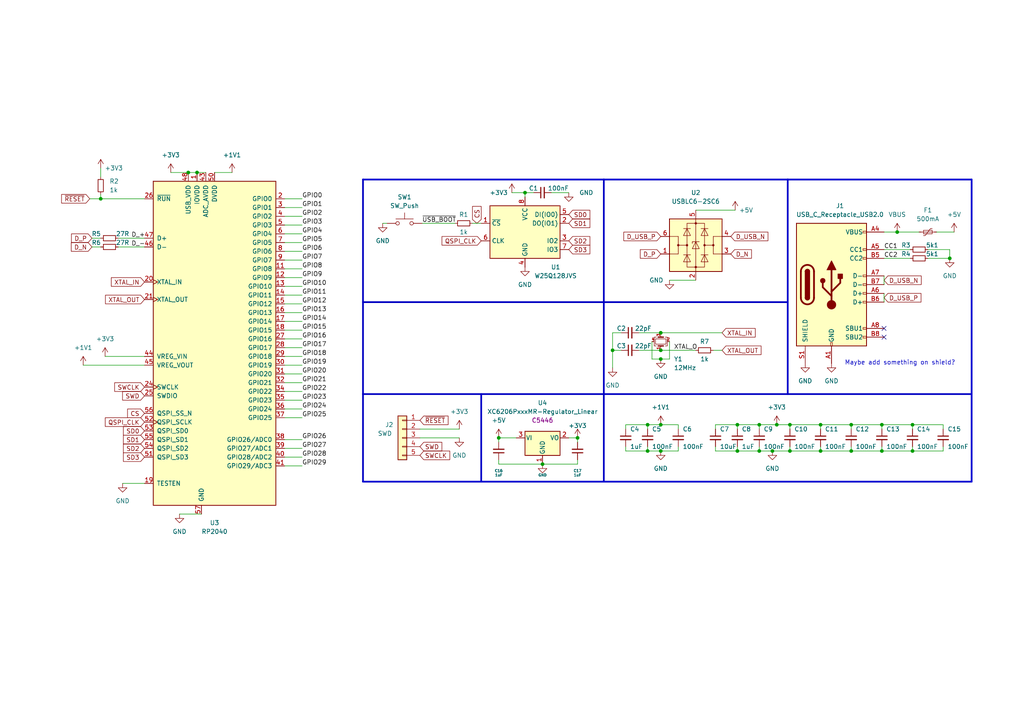
<source format=kicad_sch>
(kicad_sch (version 20211123) (generator eeschema)
  (paper "A4")
  (title_block (title "RP2040 - Design Guide") (date "2021-12-07") (rev "0.1") (company "Sleepdealer"))
  (lib_symbols
    (symbol "Connector:USB_C_Receptacle_USB2.0" (pin_names (offset 1.016))
      (property "Reference" "J" (at -10.16 19.05 0))
      (property "Value" "USB_C_Receptacle_USB2.0" (at 19.05 19.05 0))
      (symbol "USB_C_Receptacle_USB2.0_0_0"
        (rectangle (start -0.254 -17.78) (end 0.254 -16.764))
        (rectangle (start 10.16 -14.986) (end 9.144 -15.494))
        (rectangle (start 10.16 -12.446) (end 9.144 -12.954))
        (rectangle (start 10.16 -4.826) (end 9.144 -5.334))
        (rectangle (start 10.16 -2.286) (end 9.144 -2.794))
        (rectangle (start 10.16 0.254) (end 9.144 -0.254))
        (rectangle (start 10.16 2.794) (end 9.144 2.286))
        (rectangle (start 10.16 7.874) (end 9.144 7.366))
        (rectangle (start 10.16 10.414) (end 9.144 9.906))
        (rectangle (start 10.16 15.494) (end 9.144 14.986))
      )
      (symbol "USB_C_Receptacle_USB2.0_0_1"
        (rectangle (start -10.16 17.78) (end 10.16 -17.78) (stroke (width 0.254)) (fill (type background)))
        (arc (start -8.89 -3.81) (mid -6.985 -5.715) (end -5.08 -3.81) (stroke (width 0.508)))
        (arc (start -7.62 -3.81) (mid -6.985 -4.445) (end -6.35 -3.81) (stroke (width 0.254)))
        (arc (start -7.62 -3.81) (mid -6.985 -4.445) (end -6.35 -3.81) (stroke (width 0.254)) (fill (type outline)))
        (rectangle (start -7.62 -3.81) (end -6.35 3.81) (stroke (width 0.254)) (fill (type outline)))
        (arc (start -6.35 3.81) (mid -6.985 4.445) (end -7.62 3.81) (stroke (width 0.254)))
        (arc (start -6.35 3.81) (mid -6.985 4.445) (end -7.62 3.81) (stroke (width 0.254)) (fill (type outline)))
        (arc (start -5.08 3.81) (mid -6.985 5.715) (end -8.89 3.81) (stroke (width 0.508)))
        (circle (center -2.54 1.143) (radius 0.635) (stroke (width 0.254)) (fill (type outline)))
        (circle (center 0 -5.842) (radius 1.27) (fill (type outline)))
        (polyline (pts (xy -8.89 -3.81) (xy -8.89 3.81)) (stroke (width 0.508)))
        (polyline (pts (xy -5.08 3.81) (xy -5.08 -3.81)) (stroke (width 0.508)))
        (polyline (pts (xy 0 -5.842) (xy 0 4.318)) (stroke (width 0.508)))
        (polyline (pts (xy 0 -3.302) (xy -2.54 -0.762) (xy -2.54 0.508)) (stroke (width 0.508)))
        (polyline (pts (xy 0 -2.032) (xy 2.54 0.508) (xy 2.54 1.778)) (stroke (width 0.508)))
        (polyline (pts (xy -1.27 4.318) (xy 0 6.858) (xy 1.27 4.318) (xy -1.27 4.318)) (stroke (width 0.254)) (fill (type outline)))
        (rectangle (start 1.905 1.778) (end 3.175 3.048) (stroke (width 0.254)) (fill (type outline)))
      )
      (symbol "USB_C_Receptacle_USB2.0_1_1"
        (pin passive line (at 0 -22.86 90) (length 5.08) (name "GND") (number "A1"))
        (pin passive line (at 0 -22.86 90) (length 5.08) hide (name "GND") (number "A12"))
        (pin passive line (at 15.24 15.24 180) (length 5.08) (name "VBUS") (number "A4"))
        (pin bidirectional line (at 15.24 10.16 180) (length 5.08) (name "CC1") (number "A5"))
        (pin bidirectional line (at 15.24 -2.54 180) (length 5.08) (name "D+") (number "A6"))
        (pin bidirectional line (at 15.24 2.54 180) (length 5.08) (name "D-") (number "A7"))
        (pin bidirectional line (at 15.24 -12.7 180) (length 5.08) (name "SBU1") (number "A8"))
        (pin passive line (at 15.24 15.24 180) (length 5.08) hide (name "VBUS") (number "A9"))
        (pin passive line (at 0 -22.86 90) (length 5.08) hide (name "GND") (number "B1"))
        (pin passive line (at 0 -22.86 90) (length 5.08) hide (name "GND") (number "B12"))
        (pin passive line (at 15.24 15.24 180) (length 5.08) hide (name "VBUS") (number "B4"))
        (pin bidirectional line (at 15.24 7.62 180) (length 5.08) (name "CC2") (number "B5"))
        (pin bidirectional line (at 15.24 -5.08 180) (length 5.08) (name "D+") (number "B6"))
        (pin bidirectional line (at 15.24 0 180) (length 5.08) (name "D-") (number "B7"))
        (pin bidirectional line (at 15.24 -15.24 180) (length 5.08) (name "SBU2") (number "B8"))
        (pin passive line (at 15.24 15.24 180) (length 5.08) hide (name "VBUS") (number "B9"))
        (pin passive line (at -7.62 -22.86 90) (length 5.08) (name "SHIELD") (number "S1"))
      )
    )
    (symbol "Connector_Generic:Conn_01x05" (pin_names (offset 1.016) hide)
      (property "Reference" "J" (at 0 7.62 0))
      (property "Value" "Conn_01x05" (at 0 -7.62 0))
      (symbol "Conn_01x05_1_1"
        (rectangle (start -1.27 -4.953) (end 0 -5.207) (stroke (width 0.1524)))
        (rectangle (start -1.27 -2.413) (end 0 -2.667) (stroke (width 0.1524)))
        (rectangle (start -1.27 0.127) (end 0 -0.127) (stroke (width 0.1524)))
        (rectangle (start -1.27 2.667) (end 0 2.413) (stroke (width 0.1524)))
        (rectangle (start -1.27 5.207) (end 0 4.953) (stroke (width 0.1524)))
        (rectangle (start -1.27 6.35) (end 1.27 -6.35) (stroke (width 0.254)) (fill (type background)))
        (pin passive line (at -5.08 5.08 0) (length 3.81) (name "Pin_1") (number "1"))
        (pin passive line (at -5.08 2.54 0) (length 3.81) (name "Pin_2") (number "2"))
        (pin passive line (at -5.08 0 0) (length 3.81) (name "Pin_3") (number "3"))
        (pin passive line (at -5.08 -2.54 0) (length 3.81) (name "Pin_4") (number "4"))
        (pin passive line (at -5.08 -5.08 0) (length 3.81) (name "Pin_5") (number "5"))
      )
    )
    (symbol "Device:C_Small" (pin_numbers hide) (pin_names (offset 0.254) hide)
      (property "Reference" "C" (at 0.254 1.778 0))
      (property "Value" "C_Small" (at 0.254 -2.032 0))
      (symbol "C_Small_0_1"
        (polyline (pts (xy -1.524 -0.508) (xy 1.524 -0.508)) (stroke (width 0.3302)))
        (polyline (pts (xy -1.524 0.508) (xy 1.524 0.508)) (stroke (width 0.3048)))
      )
      (symbol "C_Small_1_1"
        (pin passive line (at 0 2.54 270) (length 2.032) (name "~") (number "1"))
        (pin passive line (at 0 -2.54 90) (length 2.032) (name "~") (number "2"))
      )
    )
    (symbol "Device:Crystal_GND24_Small" (pin_names (offset 1.016) hide)
      (property "Reference" "Y" (at 1.27 4.445 0))
      (property "Value" "Crystal_GND24_Small" (at 1.27 2.54 0))
      (symbol "Crystal_GND24_Small_0_1"
        (rectangle (start -0.762 -1.524) (end 0.762 1.524))
        (polyline (pts (xy -1.27 -0.762) (xy -1.27 0.762)) (stroke (width 0.381)))
        (polyline (pts (xy 1.27 -0.762) (xy 1.27 0.762)) (stroke (width 0.381)))
        (polyline (pts (xy -1.27 -1.27) (xy -1.27 -1.905) (xy 1.27 -1.905) (xy 1.27 -1.27)))
        (polyline (pts (xy -1.27 1.27) (xy -1.27 1.905) (xy 1.27 1.905) (xy 1.27 1.27)))
      )
      (symbol "Crystal_GND24_Small_1_1"
        (pin passive line (at -2.54 0 0) (length 1.27) (name "1") (number "1"))
        (pin passive line (at 0 -2.54 90) (length 0.635) (name "2") (number "2"))
        (pin passive line (at 2.54 0 180) (length 1.27) (name "3") (number "3"))
        (pin passive line (at 0 2.54 270) (length 0.635) (name "4") (number "4"))
      )
    )
    (symbol "Device:Polyfuse_Small" (pin_numbers hide) (pin_names (offset 0))
      (property "Reference" "F" (at -1.905 0 90))
      (property "Value" "Polyfuse_Small" (at 1.905 0 90))
      (symbol "Polyfuse_Small_0_1"
        (rectangle (start -0.508 1.27) (end 0.508 -1.27))
        (polyline (pts (xy 0 2.54) (xy 0 -2.54)))
        (polyline (pts (xy -1.016 1.27) (xy -1.016 0.762) (xy 1.016 -0.762) (xy 1.016 -1.27)))
      )
      (symbol "Polyfuse_Small_1_1"
        (pin passive line (at 0 2.54 270) (length 0.635) (name "~") (number "1"))
        (pin passive line (at 0 -2.54 90) (length 0.635) (name "~") (number "2"))
      )
    )
    (symbol "Device:R_Small" (pin_numbers hide) (pin_names (offset 0.254) hide)
      (property "Reference" "R" (at 0.762 0.508 0))
      (property "Value" "R_Small" (at 0.762 -1.016 0))
      (symbol "R_Small_0_1"
        (rectangle (start -0.762 1.778) (end 0.762 -1.778) (stroke (width 0.2032)))
      )
      (symbol "R_Small_1_1"
        (pin passive line (at 0 2.54 270) (length 0.762) (name "~") (number "1"))
        (pin passive line (at 0 -2.54 90) (length 0.762) (name "~") (number "2"))
      )
    )
    (symbol "Memory_Flash:W25Q128JVS"
      (property "Reference" "U" (at -8.89 8.89 0))
      (property "Value" "W25Q128JVS" (at 7.62 8.89 0))
      (symbol "W25Q128JVS_0_1"
        (rectangle (start -10.16 7.62) (end 10.16 -7.62) (stroke (width 0.254)) (fill (type background)))
      )
      (symbol "W25Q128JVS_1_1"
        (pin input line (at -12.7 2.54 0) (length 2.54) (name "~{CS}") (number "1"))
        (pin bidirectional line (at 12.7 2.54 180) (length 2.54) (name "DO(IO1)") (number "2"))
        (pin bidirectional line (at 12.7 -2.54 180) (length 2.54) (name "IO2") (number "3"))
        (pin power_in line (at 0 -10.16 90) (length 2.54) (name "GND") (number "4"))
        (pin bidirectional line (at 12.7 5.08 180) (length 2.54) (name "DI(IO0)") (number "5"))
        (pin input line (at -12.7 -2.54 0) (length 2.54) (name "CLK") (number "6"))
        (pin bidirectional line (at 12.7 -5.08 180) (length 2.54) (name "IO3") (number "7"))
        (pin power_in line (at 0 10.16 270) (length 2.54) (name "VCC") (number "8"))
      )
    )
    (symbol "Power_Protection:USBLC6-2SC6" (pin_names hide)
      (property "Reference" "U" (at 2.54 8.89 0))
      (property "Value" "USBLC6-2SC6" (at 2.54 -8.89 0))
      (symbol "USBLC6-2SC6_0_1"
        (rectangle (start -7.62 -7.62) (end 7.62 7.62) (stroke (width 0.254)) (fill (type background)))
        (circle (center -5.08 0) (radius 0.254) (fill (type outline)))
        (circle (center -2.54 0) (radius 0.254) (fill (type outline)))
        (rectangle (start -2.54 6.35) (end 2.54 -6.35))
        (circle (center 0 -6.35) (radius 0.254) (fill (type outline)))
        (polyline (pts (xy -5.08 -2.54) (xy -7.62 -2.54)))
        (polyline (pts (xy -5.08 0) (xy -5.08 -2.54)))
        (polyline (pts (xy -5.08 2.54) (xy -7.62 2.54)))
        (polyline (pts (xy -1.524 -2.794) (xy -3.556 -2.794)))
        (polyline (pts (xy -1.524 4.826) (xy -3.556 4.826)))
        (polyline (pts (xy 0 -7.62) (xy 0 -6.35)))
        (polyline (pts (xy 0 -6.35) (xy 0 1.27)))
        (polyline (pts (xy 0 1.27) (xy 0 6.35)))
        (polyline (pts (xy 0 6.35) (xy 0 7.62)))
        (polyline (pts (xy 1.524 -2.794) (xy 3.556 -2.794)))
        (polyline (pts (xy 1.524 4.826) (xy 3.556 4.826)))
        (polyline (pts (xy 5.08 -2.54) (xy 7.62 -2.54)))
        (polyline (pts (xy 5.08 0) (xy 5.08 -2.54)))
        (polyline (pts (xy 5.08 2.54) (xy 7.62 2.54)))
        (polyline (pts (xy -2.54 0) (xy -5.08 0) (xy -5.08 2.54)))
        (polyline (pts (xy 2.54 0) (xy 5.08 0) (xy 5.08 2.54)))
        (polyline (pts (xy -3.556 -4.826) (xy -1.524 -4.826) (xy -2.54 -2.794) (xy -3.556 -4.826)))
        (polyline (pts (xy -3.556 2.794) (xy -1.524 2.794) (xy -2.54 4.826) (xy -3.556 2.794)))
        (polyline (pts (xy -1.016 -1.016) (xy 1.016 -1.016) (xy 0 1.016) (xy -1.016 -1.016)))
        (polyline (pts (xy 1.016 1.016) (xy 0.762 1.016) (xy -1.016 1.016) (xy -1.016 0.508)))
        (polyline (pts (xy 3.556 -4.826) (xy 1.524 -4.826) (xy 2.54 -2.794) (xy 3.556 -4.826)))
        (polyline (pts (xy 3.556 2.794) (xy 1.524 2.794) (xy 2.54 4.826) (xy 3.556 2.794)))
        (circle (center 0 6.35) (radius 0.254) (fill (type outline)))
        (circle (center 2.54 0) (radius 0.254) (fill (type outline)))
        (circle (center 5.08 0) (radius 0.254) (fill (type outline)))
      )
      (symbol "USBLC6-2SC6_1_1"
        (pin passive line (at -10.16 -2.54 0) (length 2.54) (name "I/O1") (number "1"))
        (pin passive line (at 0 -10.16 90) (length 2.54) (name "GND") (number "2"))
        (pin passive line (at 10.16 -2.54 180) (length 2.54) (name "I/O2") (number "3"))
        (pin passive line (at 10.16 2.54 180) (length 2.54) (name "I/O2") (number "4"))
        (pin passive line (at 0 10.16 270) (length 2.54) (name "VBUS") (number "5"))
        (pin passive line (at -10.16 2.54 0) (length 2.54) (name "I/O1") (number "6"))
      )
    )
    (symbol "Sleep-lib:RP2040" (pin_names (offset 1.016))
      (property "Reference" "U" (at 8.89 51.435 0))
      (property "Value" "RP2040" (at 8.89 48.895 0))
      (symbol "RP2040_0_0"
        (rectangle (start -17.78 -45.72) (end 17.78 48.26) (stroke (width 0.254)) (fill (type background)))
      )
      (symbol "RP2040_1_1"
        (pin power_in line (at -5.08 50.8 270) (length 2.54) (name "IOVDD") (number "1"))
        (pin power_in line (at -5.08 50.8 270) (length 2.54) hide (name "IOVDD") (number "10"))
        (pin input line (at 20.32 22.86 180) (length 2.54) (name "GPIO8") (number "11"))
        (pin input line (at 20.32 20.32 180) (length 2.54) (name "GPIO9") (number "12"))
        (pin input line (at 20.32 17.78 180) (length 2.54) (name "GPIO10") (number "13"))
        (pin input line (at 20.32 15.24 180) (length 2.54) (name "GPIO11") (number "14"))
        (pin input line (at 20.32 12.7 180) (length 2.54) (name "GPIO12") (number "15"))
        (pin input line (at 20.32 10.16 180) (length 2.54) (name "GPIO13") (number "16"))
        (pin input line (at 20.32 7.62 180) (length 2.54) (name "GPIO14") (number "17"))
        (pin input line (at 20.32 5.08 180) (length 2.54) (name "GPIO15") (number "18"))
        (pin input line (at -20.32 -39.37 0) (length 2.54) (name "TESTEN") (number "19"))
        (pin input line (at 20.32 43.18 180) (length 2.54) (name "GPIO0") (number "2"))
        (pin input clock (at -20.32 19.05 0) (length 2.54) (name "XTAL_IN") (number "20"))
        (pin input clock (at -20.32 13.97 0) (length 2.54) (name "XTAL_OUT") (number "21"))
        (pin power_in line (at -5.08 50.8 270) (length 2.54) hide (name "IOVDD") (number "22"))
        (pin power_in line (at 0 50.8 270) (length 2.54) hide (name "DVDD") (number "23"))
        (pin input clock (at -20.32 -11.43 0) (length 2.54) (name "SWCLK") (number "24"))
        (pin bidirectional line (at -20.32 -13.97 0) (length 2.54) (name "SWDIO") (number "25"))
        (pin input line (at -20.32 43.18 0) (length 2.54) (name "~{RUN}") (number "26"))
        (pin input line (at 20.32 2.54 180) (length 2.54) (name "GPIO16") (number "27"))
        (pin input line (at 20.32 0 180) (length 2.54) (name "GPIO17") (number "28"))
        (pin input line (at 20.32 -2.54 180) (length 2.54) (name "GPIO18") (number "29"))
        (pin input line (at 20.32 40.64 180) (length 2.54) (name "GPIO1") (number "3"))
        (pin input line (at 20.32 -5.08 180) (length 2.54) (name "GPIO19") (number "30"))
        (pin input line (at 20.32 -7.62 180) (length 2.54) (name "GPIO20") (number "31"))
        (pin input line (at 20.32 -10.16 180) (length 2.54) (name "GPIO21") (number "32"))
        (pin power_in line (at -5.08 50.8 270) (length 2.54) hide (name "IOVDD") (number "33"))
        (pin input line (at 20.32 -12.7 180) (length 2.54) (name "GPIO22") (number "34"))
        (pin input line (at 20.32 -15.24 180) (length 2.54) (name "GPIO23") (number "35"))
        (pin input line (at 20.32 -17.78 180) (length 2.54) (name "GPIO24") (number "36"))
        (pin input line (at 20.32 -20.32 180) (length 2.54) (name "GPIO25") (number "37"))
        (pin input line (at 20.32 -26.67 180) (length 2.54) (name "GPIO26/ADC0") (number "38"))
        (pin input line (at 20.32 -29.21 180) (length 2.54) (name "GPIO27/ADC1") (number "39"))
        (pin input line (at 20.32 38.1 180) (length 2.54) (name "GPIO2") (number "4"))
        (pin input line (at 20.32 -31.75 180) (length 2.54) (name "GPIO28/ADC2") (number "40"))
        (pin input line (at 20.32 -34.29 180) (length 2.54) (name "GPIO29/ADC3") (number "41"))
        (pin power_in line (at -5.08 50.8 270) (length 2.54) hide (name "IOVDD") (number "42"))
        (pin power_in line (at -2.54 50.8 270) (length 2.54) (name "ADC_AVDD") (number "43"))
        (pin power_in line (at -20.32 -2.54 0) (length 2.54) (name "VREG_VIN") (number "44"))
        (pin power_out line (at -20.32 -5.08 0) (length 2.54) (name "VREG_VOUT") (number "45"))
        (pin bidirectional line (at -20.32 29.21 0) (length 2.54) (name "D-") (number "46"))
        (pin bidirectional line (at -20.32 31.75 0) (length 2.54) (name "D+") (number "47"))
        (pin power_in line (at -7.62 50.8 270) (length 2.54) (name "USB_VDD") (number "48"))
        (pin power_in line (at -5.08 50.8 270) (length 2.54) hide (name "IOVDD") (number "49"))
        (pin input line (at 20.32 35.56 180) (length 2.54) (name "GPIO3") (number "5"))
        (pin power_in line (at 0 50.8 270) (length 2.54) (name "DVDD") (number "50"))
        (pin bidirectional line (at -20.32 -31.75 0) (length 2.54) (name "QSPI_SD3") (number "51"))
        (pin input clock (at -20.32 -21.59 0) (length 2.54) (name "QSPI_SCLK") (number "52"))
        (pin bidirectional line (at -20.32 -24.13 0) (length 2.54) (name "QSPI_SD0") (number "53"))
        (pin bidirectional line (at -20.32 -29.21 0) (length 2.54) (name "QSPI_SD2") (number "54"))
        (pin bidirectional line (at -20.32 -26.67 0) (length 2.54) (name "QSPI_SD1") (number "55"))
        (pin bidirectional line (at -20.32 -19.05 0) (length 2.54) (name "QSPI_SS_N") (number "56"))
        (pin power_in line (at -3.81 -48.26 90) (length 2.54) (name "GND") (number "57"))
        (pin input line (at 20.32 33.02 180) (length 2.54) (name "GPIO4") (number "6"))
        (pin input line (at 20.32 30.48 180) (length 2.54) (name "GPIO5") (number "7"))
        (pin input line (at 20.32 27.94 180) (length 2.54) (name "GPIO6") (number "8"))
        (pin input line (at 20.32 25.4 180) (length 2.54) (name "GPIO7") (number "9"))
      )
    )
    (symbol "Switch:SW_Push" (pin_numbers hide) (pin_names (offset 1.016) hide)
      (property "Reference" "SW" (at 1.27 2.54 0))
      (property "Value" "SW_Push" (at 0 -1.524 0))
      (symbol "SW_Push_0_1"
        (circle (center -2.032 0) (radius 0.508))
        (polyline (pts (xy 0 1.27) (xy 0 3.048)))
        (polyline (pts (xy 2.54 1.27) (xy -2.54 1.27)))
        (circle (center 2.032 0) (radius 0.508))
        (pin passive line (at -5.08 0 0) (length 2.54) (name "1") (number "1"))
        (pin passive line (at 5.08 0 180) (length 2.54) (name "2") (number "2"))
      )
    )
    (symbol "kicad-keyboard-parts:XC6206PxxxMR-Regulator_Linear" (pin_names (offset 0.254))
      (property "Reference" "U" (at -3.81 3.175 0))
      (property "Value" "XC6206PxxxMR-Regulator_Linear" (at 0 3.175 0))
      (property "LCSC" "C5446" (at 0 0 0))
      (symbol "XC6206PxxxMR-Regulator_Linear_0_1"
        (rectangle (start -5.08 1.905) (end 5.08 -5.08) (stroke (width 0.254)) (fill (type background)))
      )
      (symbol "XC6206PxxxMR-Regulator_Linear_1_1"
        (pin power_in line (at 0 -7.62 90) (length 2.54) (name "GND") (number "1"))
        (pin power_out line (at 7.62 0 180) (length 2.54) (name "VO") (number "2"))
        (pin power_in line (at -7.62 0 0) (length 2.54) (name "VI") (number "3"))
      )
    )
    (symbol "power:+1V1" (power) (pin_names (offset 0))
      (property "Value" "+1V1" (at 0 3.556 0))
      (symbol "+1V1_0_1"
        (polyline (pts (xy -0.762 1.27) (xy 0 2.54)))
        (polyline (pts (xy 0 0) (xy 0 2.54)))
        (polyline (pts (xy 0 2.54) (xy 0.762 1.27)))
      )
      (symbol "+1V1_1_1"
        (pin power_in line (at 0 0 90) (length 0) hide (name "+1V1") (number "1"))
      )
    )
    (symbol "power:+3.3V" (power) (pin_names (offset 0))
      (property "Value" "+3.3V" (at 0 3.556 0))
      (symbol "+3.3V_0_1"
        (polyline (pts (xy -0.762 1.27) (xy 0 2.54)))
        (polyline (pts (xy 0 0) (xy 0 2.54)))
        (polyline (pts (xy 0 2.54) (xy 0.762 1.27)))
      )
      (symbol "+3.3V_1_1"
        (pin power_in line (at 0 0 90) (length 0) hide (name "+3V3") (number "1"))
      )
    )
    (symbol "power:+3V3" (power) (pin_names (offset 0))
      (property "Value" "+3V3" (at 0 3.556 0))
      (symbol "+3V3_0_1"
        (polyline (pts (xy -0.762 1.27) (xy 0 2.54)))
        (polyline (pts (xy 0 0) (xy 0 2.54)))
        (polyline (pts (xy 0 2.54) (xy 0.762 1.27)))
      )
      (symbol "+3V3_1_1"
        (pin power_in line (at 0 0 90) (length 0) hide (name "+3V3") (number "1"))
      )
    )
    (symbol "power:+5V" (power) (pin_names (offset 0))
      (property "Value" "+5V" (at 0 3.556 0))
      (symbol "+5V_0_1"
        (polyline (pts (xy -0.762 1.27) (xy 0 2.54)))
        (polyline (pts (xy 0 0) (xy 0 2.54)))
        (polyline (pts (xy 0 2.54) (xy 0.762 1.27)))
      )
      (symbol "+5V_1_1"
        (pin power_in line (at 0 0 90) (length 0) hide (name "+5V") (number "1"))
      )
    )
    (symbol "power:GND" (power) (pin_names (offset 0))
      (property "Value" "GND" (at 0 -3.81 0))
      (symbol "GND_0_1"
        (polyline (pts (xy 0 0) (xy 0 -1.27) (xy 1.27 -1.27) (xy 0 -2.54) (xy -1.27 -1.27) (xy 0 -1.27)))
      )
      (symbol "GND_1_1"
        (pin power_in line (at 0 0 270) (length 0) hide (name "GND") (number "1"))
      )
    )
    (symbol "power:VBUS" (power) (pin_names (offset 0))
      (property "Value" "VBUS" (at 0 3.81 0))
      (symbol "VBUS_0_1"
        (polyline (pts (xy -0.762 1.27) (xy 0 2.54)))
        (polyline (pts (xy 0 0) (xy 0 2.54)))
        (polyline (pts (xy 0 2.54) (xy 0.762 1.27)))
      )
      (symbol "VBUS_1_1"
        (pin power_in line (at 0 0 90) (length 0) hide (name "VBUS") (number "1"))
      )
    )
  )
  (junction (at 191.643 104.14))
  (junction (at 191.643 101.6))
  (junction (at 57.15 50.038))
  (junction (at 224.028 130.81))
  (junction (at 220.218 130.81))
  (junction (at 237.998 130.81))
  (junction (at 237.998 123.19))
  (junction (at 246.888 130.81))
  (junction (at 29.21 57.658))
  (junction (at 255.778 123.19))
  (junction (at 246.888 123.19))
  (junction (at 255.778 130.81))
  (junction (at 152.273 55.88))
  (junction (at 213.868 123.19))
  (junction (at 275.463 74.93))
  (junction (at 220.218 123.19))
  (junction (at 187.833 123.19))
  (junction (at 177.673 101.6))
  (junction (at 167.513 127) (diameter 0.9144))
  (junction (at 225.298 123.19))
  (junction (at 260.223 67.31))
  (junction (at 213.868 130.81))
  (junction (at 229.108 123.19))
  (junction (at 54.61 50.038))
  (junction (at 229.108 130.81))
  (junction (at 264.668 130.81))
  (junction (at 187.833 130.81))
  (junction (at 157.353 134.62) (diameter 0.9144))
  (junction (at 264.668 123.19))
  (junction (at 191.643 123.19))
  (junction (at 191.643 96.52))
  (junction (at 191.643 130.81))
  (junction (at 144.653 127) (diameter 0.9144))
  (no_connect (at 256.413 97.79))
  (no_connect (at 256.413 95.25))
  (wire (pts (xy 87.63 108.458) (xy 82.55 108.458)))
  (wire (pts (xy 229.108 123.19) (xy 237.998 123.19)))
  (wire (pts (xy 237.998 123.19) (xy 237.998 124.46)))
  (wire (pts (xy 26.67 71.628) (xy 29.21 71.628)))
  (polyline (pts (xy 175.133 52.07) (xy 228.473 52.07)) (stroke (width 0.5) (type solid)))
  (wire (pts (xy 82.55 105.918) (xy 87.63 105.918)))
  (wire (pts (xy 185.293 101.6) (xy 191.643 101.6)))
  (wire (pts (xy 191.643 101.6) (xy 201.803 101.6)))
  (wire (pts (xy 206.883 101.6) (xy 209.423 101.6)))
  (wire (pts (xy 213.868 129.54) (xy 213.868 130.81)))
  (wire (pts (xy 255.778 123.19) (xy 264.668 123.19)))
  (wire (pts (xy 264.668 123.19) (xy 264.668 124.46)))
  (wire (pts (xy 246.888 123.19) (xy 255.778 123.19)))
  (wire (pts (xy 237.998 123.19) (xy 246.888 123.19)))
  (wire (pts (xy 82.55 75.438) (xy 87.63 75.438)))
  (wire (pts (xy 177.673 101.6) (xy 177.673 106.68)))
  (wire (pts (xy 271.653 67.31) (xy 276.733 67.31)))
  (wire (pts (xy 87.63 132.588) (xy 82.55 132.588)))
  (wire (pts (xy 87.63 113.538) (xy 82.55 113.538)))
  (wire (pts (xy 144.653 127) (xy 149.733 127)))
  (wire (pts (xy 34.29 69.088) (xy 41.91 69.088)))
  (wire (pts (xy 256.413 72.39) (xy 264.033 72.39)))
  (wire (pts (xy 144.653 133.35) (xy 144.653 134.62)))
  (wire (pts (xy 189.103 99.06) (xy 189.103 104.14)))
  (wire (pts (xy 189.103 104.14) (xy 191.643 104.14)))
  (wire (pts (xy 133.223 127) (xy 121.793 127)))
  (wire (pts (xy 62.23 50.038) (xy 67.31 50.038)))
  (wire (pts (xy 87.63 135.128) (xy 82.55 135.128)))
  (wire (pts (xy 187.833 129.54) (xy 187.833 130.81)))
  (wire (pts (xy 26.67 69.088) (xy 29.21 69.088)))
  (wire (pts (xy 121.793 124.46) (xy 133.223 124.46)))
  (polyline (pts (xy 281.813 139.7) (xy 281.813 114.3)) (stroke (width 0.5) (type solid)))
  (wire (pts (xy 54.61 50.038) (xy 57.15 50.038)))
  (wire (pts (xy 49.53 50.038) (xy 54.61 50.038)))
  (wire (pts (xy 57.15 50.038) (xy 59.69 50.038)))
  (wire (pts (xy 207.518 123.19) (xy 213.868 123.19)))
  (wire (pts (xy 194.183 104.14) (xy 191.643 104.14)))
  (wire (pts (xy 194.183 99.06) (xy 194.183 104.14)))
  (polyline (pts (xy 175.133 87.63) (xy 228.473 87.63)) (stroke (width 0.5) (type solid)))
  (wire (pts (xy 82.55 90.678) (xy 87.63 90.678)))
  (wire (pts (xy 177.673 101.6) (xy 180.213 101.6)))
  (wire (pts (xy 180.213 96.52) (xy 177.673 96.52)))
  (wire (pts (xy 177.673 96.52) (xy 177.673 101.6)))
  (wire (pts (xy 269.113 72.39) (xy 275.463 72.39)))
  (wire (pts (xy 275.463 72.39) (xy 275.463 74.93)))
  (wire (pts (xy 82.55 62.738) (xy 87.63 62.738)))
  (wire (pts (xy 213.868 123.19) (xy 213.868 124.46)))
  (wire (pts (xy 52.07 149.098) (xy 58.42 149.098)))
  (wire (pts (xy 30.48 103.378) (xy 41.91 103.378)))
  (wire (pts (xy 82.55 67.818) (xy 87.63 67.818)))
  (wire (pts (xy 157.353 134.62) (xy 144.653 134.62)))
  (wire (pts (xy 82.55 98.298) (xy 87.63 98.298)))
  (wire (pts (xy 35.56 140.208) (xy 41.91 140.208)))
  (wire (pts (xy 229.108 130.81) (xy 237.998 130.81)))
  (wire (pts (xy 237.998 130.81) (xy 237.998 129.54)))
  (wire (pts (xy 148.463 55.88) (xy 152.273 55.88)))
  (wire (pts (xy 159.893 55.88) (xy 164.973 55.88)))
  (wire (pts (xy 246.888 123.19) (xy 246.888 124.46)))
  (wire (pts (xy 87.63 116.078) (xy 82.55 116.078)))
  (wire (pts (xy 82.55 103.378) (xy 87.63 103.378)))
  (wire (pts (xy 110.998 64.77) (xy 112.268 64.77)))
  (wire (pts (xy 246.888 129.54) (xy 246.888 130.81)))
  (polyline (pts (xy 139.573 139.7) (xy 139.573 114.3)) (stroke (width 0.5) (type solid)))
  (wire (pts (xy 220.218 129.54) (xy 220.218 130.81)))
  (polyline (pts (xy 175.133 139.7) (xy 175.133 114.3)) (stroke (width 0.5) (type solid)))
  (wire (pts (xy 82.55 88.138) (xy 87.63 88.138)))
  (wire (pts (xy 191.643 130.81) (xy 196.723 130.81)))
  (wire (pts (xy 196.723 130.81) (xy 196.723 129.54)))
  (wire (pts (xy 264.668 123.19) (xy 273.558 123.19)))
  (wire (pts (xy 273.558 123.19) (xy 273.558 124.46)))
  (polyline (pts (xy 105.283 114.3) (xy 105.283 52.07)) (stroke (width 0.5) (type solid)))
  (wire (pts (xy 82.55 57.658) (xy 87.63 57.658)))
  (wire (pts (xy 87.63 127.508) (xy 82.55 127.508)))
  (wire (pts (xy 82.55 65.278) (xy 87.63 65.278)))
  (polyline (pts (xy 105.283 139.7) (xy 175.133 139.7)) (stroke (width 0.5) (type solid)))
  (wire (pts (xy 167.513 127) (xy 167.513 128.27)))
  (wire (pts (xy 220.218 123.19) (xy 213.868 123.19)))
  (wire (pts (xy 220.218 123.19) (xy 220.218 124.46)))
  (wire (pts (xy 213.868 130.81) (xy 220.218 130.81)))
  (polyline (pts (xy 105.283 139.7) (xy 105.283 114.3)) (stroke (width 0.5) (type solid)))
  (wire (pts (xy 229.108 130.81) (xy 229.108 129.54)))
  (wire (pts (xy 255.778 123.19) (xy 255.778 124.46)))
  (wire (pts (xy 229.108 123.19) (xy 229.108 124.46)))
  (polyline (pts (xy 105.283 87.63) (xy 175.133 87.63)) (stroke (width 0.5) (type solid)))
  (wire (pts (xy 152.273 55.88) (xy 152.273 57.15)))
  (wire (pts (xy 255.778 130.81) (xy 264.668 130.81)))
  (wire (pts (xy 246.888 130.81) (xy 255.778 130.81)))
  (wire (pts (xy 264.668 130.81) (xy 264.668 129.54)))
  (wire (pts (xy 237.998 130.81) (xy 246.888 130.81)))
  (wire (pts (xy 82.55 72.898) (xy 87.63 72.898)))
  (wire (pts (xy 256.413 80.01) (xy 256.413 82.55)))
  (wire (pts (xy 29.21 56.388) (xy 29.21 57.658)))
  (wire (pts (xy 191.643 123.19) (xy 196.723 123.19)))
  (wire (pts (xy 196.723 123.19) (xy 196.723 124.46)))
  (wire (pts (xy 255.778 129.54) (xy 255.778 130.81)))
  (polyline (pts (xy 175.133 114.3) (xy 228.473 114.3)) (stroke (width 0.5) (type solid)))
  (wire (pts (xy 181.483 130.81) (xy 187.833 130.81)))
  (wire (pts (xy 181.483 129.54) (xy 181.483 130.81)))
  (wire (pts (xy 187.833 123.19) (xy 187.833 124.46)))
  (wire (pts (xy 41.91 105.918) (xy 24.13 105.918)))
  (wire (pts (xy 207.518 129.54) (xy 207.518 130.81)))
  (wire (pts (xy 207.518 130.81) (xy 213.868 130.81)))
  (wire (pts (xy 87.63 130.048) (xy 82.55 130.048)))
  (wire (pts (xy 82.55 100.838) (xy 87.63 100.838)))
  (wire (pts (xy 167.513 133.35) (xy 167.513 134.62)))
  (wire (pts (xy 157.353 134.62) (xy 167.513 134.62)))
  (wire (pts (xy 82.55 93.218) (xy 87.63 93.218)))
  (wire (pts (xy 194.183 81.28) (xy 201.803 81.28)))
  (wire (pts (xy 256.413 85.09) (xy 256.413 87.63)))
  (wire (pts (xy 220.218 130.81) (xy 224.028 130.81)))
  (polyline (pts (xy 105.283 114.3) (xy 175.133 114.3)) (stroke (width 0.5) (type solid)))
  (wire (pts (xy 82.55 70.358) (xy 87.63 70.358)))
  (wire (pts (xy 273.558 130.81) (xy 273.558 129.54)))
  (wire (pts (xy 264.668 130.81) (xy 273.558 130.81)))
  (wire (pts (xy 256.413 67.31) (xy 260.223 67.31)))
  (wire (pts (xy 260.223 67.31) (xy 266.573 67.31)))
  (wire (pts (xy 82.55 95.758) (xy 87.63 95.758)))
  (polyline (pts (xy 228.473 52.07) (xy 228.473 114.3)) (stroke (width 0.5) (type solid)))
  (polyline (pts (xy 228.473 114.3) (xy 281.813 114.3)) (stroke (width 0.5) (type solid)))
  (polyline (pts (xy 228.473 52.07) (xy 281.813 52.07)) (stroke (width 0.5) (type solid)))
  (polyline (pts (xy 281.813 114.3) (xy 281.813 52.07)) (stroke (width 0.5) (type solid)))
  (wire (pts (xy 26.035 57.658) (xy 29.21 57.658)))
  (wire (pts (xy 29.21 57.658) (xy 41.91 57.658)))
  (wire (pts (xy 122.428 64.77) (xy 131.953 64.77)))
  (wire (pts (xy 137.033 64.77) (xy 139.573 64.77)))
  (wire (pts (xy 256.413 74.93) (xy 264.033 74.93)))
  (polyline (pts (xy 175.133 114.3) (xy 175.133 52.07)) (stroke (width 0.5) (type solid)))
  (polyline (pts (xy 175.133 139.7) (xy 281.813 139.7)) (stroke (width 0.5) (type solid)))
  (wire (pts (xy 152.273 55.88) (xy 154.813 55.88)))
  (polyline (pts (xy 105.283 52.07) (xy 175.133 52.07)) (stroke (width 0.5) (type solid)))
  (wire (pts (xy 269.113 74.93) (xy 275.463 74.93)))
  (wire (pts (xy 87.63 110.998) (xy 82.55 110.998)))
  (wire (pts (xy 144.653 127) (xy 144.653 128.27)))
  (wire (pts (xy 164.973 127) (xy 167.513 127)))
  (wire (pts (xy 185.293 96.52) (xy 191.643 96.52)))
  (wire (pts (xy 82.55 83.058) (xy 87.63 83.058)))
  (wire (pts (xy 187.833 130.81) (xy 191.643 130.81)))
  (wire (pts (xy 187.833 123.19) (xy 181.483 123.19)))
  (wire (pts (xy 191.643 123.19) (xy 187.833 123.19)))
  (wire (pts (xy 181.483 123.19) (xy 181.483 124.46)))
  (wire (pts (xy 82.55 60.198) (xy 87.63 60.198)))
  (wire (pts (xy 87.63 121.158) (xy 82.55 121.158)))
  (wire (pts (xy 207.518 124.46) (xy 207.518 123.19)))
  (wire (pts (xy 82.55 85.598) (xy 87.63 85.598)))
  (wire (pts (xy 220.218 123.19) (xy 225.298 123.19)))
  (wire (pts (xy 225.298 123.19) (xy 229.108 123.19)))
  (wire (pts (xy 82.55 80.518) (xy 87.63 80.518)))
  (wire (pts (xy 87.63 118.618) (xy 82.55 118.618)))
  (wire (pts (xy 224.028 130.81) (xy 229.108 130.81)))
  (wire (pts (xy 34.29 71.628) (xy 41.91 71.628)))
  (wire (pts (xy 191.643 96.52) (xy 209.423 96.52)))
  (wire (pts (xy 201.803 60.96) (xy 213.233 60.96)))
  (wire (pts (xy 82.55 77.978) (xy 87.63 77.978)))
  (wire (pts (xy 29.21 48.768) (xy 29.21 51.308)))
  (text "Maybe add something on shield?" (at 244.983 106.045 0) (effects (font (size 1.27 1.27)) (justify left bottom)))
  (label "GPIO28" (at 87.63 132.588 0))
  (label "GPIO18" (at 87.63 103.378 0))
  (label "GPIO5" (at 87.63 70.358 0))
  (label "CC1" (at 256.413 72.39 0))
  (label "GPIO8" (at 87.63 77.978 0))
  (label "GPIO20" (at 87.63 108.458 0))
  (label "GPIO25" (at 87.63 121.158 0))
  (label "GPIO12" (at 87.63 88.138 0))
  (label "GPIO4" (at 87.63 67.818 0))
  (label "GPIO11" (at 87.63 85.598 0))
  (label "GPIO2" (at 87.63 62.738 0))
  (label "GPIO9" (at 87.63 80.518 0))
  (label "GPIO17" (at 87.63 100.838 0))
  (label "XTAL_O" (at 195.453 101.6 0))
  (label "GPIO3" (at 87.63 65.278 0))
  (label "GPIO29" (at 87.63 135.128 0))
  (label "GPIO13" (at 87.63 90.678 0))
  (label "GPIO15" (at 87.63 95.758 0))
  (label "D_-" (at 38.1 71.628 0))
  (label "GPIO21" (at 87.63 110.998 0))
  (label "GPIO27" (at 87.63 130.048 0))
  (label "GPIO22" (at 87.63 113.538 0))
  (label "GPIO26" (at 87.63 127.508 0))
  (label "GPIO7" (at 87.63 75.438 0))
  (label "CC2" (at 256.413 74.93 0))
  (label "D_+" (at 38.1 69.088 0))
  (label "~{USB_BOOT}" (at 122.428 64.77 0))
  (label "GPIO23" (at 87.63 116.078 0))
  (label "GPIO6" (at 87.63 72.898 0))
  (label "GPIO19" (at 87.63 105.918 0))
  (label "GPIO16" (at 87.63 98.298 0))
  (label "GPIO24" (at 87.63 118.618 0))
  (label "GPIO0" (at 87.63 57.658 0))
  (label "GPIO14" (at 87.63 93.218 0))
  (label "GPIO1" (at 87.63 60.198 0))
  (label "GPIO10" (at 87.63 83.058 0))
  (global_label "SWCLK" (shape input) (at 41.91 112.268 180) (property "Intersheet References" "${INTERSHEET_REFS}" (effects hide)))
  (global_label "QSPI_CLK" (shape input) (at 139.573 69.85 180) (property "Intersheet References" "${INTERSHEET_REFS}" (effects hide)))
  (global_label "SD0" (shape input) (at 41.91 124.968 180) (property "Intersheet References" "${INTERSHEET_REFS}" (effects hide)))
  (global_label "XTAL_IN" (shape input) (at 41.91 81.788 180) (property "Intersheet References" "${INTERSHEET_REFS}" (effects hide)))
  (global_label "D_P" (shape input) (at 26.67 69.088 180) (property "Intersheet References" "${INTERSHEET_REFS}" (effects hide)))
  (global_label "SWCLK" (shape input) (at 121.793 132.08 0) (property "Intersheet References" "${INTERSHEET_REFS}" (effects hide)))
  (global_label "D_N" (shape input) (at 26.67 71.628 180) (property "Intersheet References" "${INTERSHEET_REFS}" (effects hide)))
  (global_label "D_USB_N" (shape input) (at 211.963 68.58 0) (property "Intersheet References" "${INTERSHEET_REFS}" (effects hide)))
  (global_label "XTAL_IN" (shape input) (at 209.423 96.52 0) (property "Intersheet References" "${INTERSHEET_REFS}" (effects hide)))
  (global_label "XTAL_OUT" (shape input) (at 41.91 86.868 180) (property "Intersheet References" "${INTERSHEET_REFS}" (effects hide)))
  (global_label "D_USB_P" (shape input) (at 256.413 86.36 0) (property "Intersheet References" "${INTERSHEET_REFS}" (effects hide)))
  (global_label "SD1" (shape input) (at 41.91 127.508 180) (property "Intersheet References" "${INTERSHEET_REFS}" (effects hide)))
  (global_label "XTAL_OUT" (shape input) (at 209.423 101.6 0) (property "Intersheet References" "${INTERSHEET_REFS}" (effects hide)))
  (global_label "CS" (shape input) (at 138.303 64.77 90) (property "Intersheet References" "${INTERSHEET_REFS}" (effects hide)))
  (global_label "D_N" (shape input) (at 211.963 73.66 0) (property "Intersheet References" "${INTERSHEET_REFS}" (effects hide)))
  (global_label "D_P" (shape input) (at 191.643 73.66 180) (property "Intersheet References" "${INTERSHEET_REFS}" (effects hide)))
  (global_label "CS" (shape input) (at 41.91 119.888 180) (property "Intersheet References" "${INTERSHEET_REFS}" (effects hide)))
  (global_label "SWD" (shape input) (at 41.91 114.808 180) (property "Intersheet References" "${INTERSHEET_REFS}" (effects hide)))
  (global_label "SD1" (shape input) (at 164.973 64.77 0) (property "Intersheet References" "${INTERSHEET_REFS}" (effects hide)))
  (global_label "SD3" (shape input) (at 41.91 132.588 180) (property "Intersheet References" "${INTERSHEET_REFS}" (effects hide)))
  (global_label "~{RESET}" (shape input) (at 121.793 121.92 0) (property "Intersheet References" "${INTERSHEET_REFS}" (effects hide)))
  (global_label "D_USB_P" (shape input) (at 191.643 68.58 180) (property "Intersheet References" "${INTERSHEET_REFS}" (effects hide)))
  (global_label "D_USB_N" (shape input) (at 256.413 81.28 0) (property "Intersheet References" "${INTERSHEET_REFS}" (effects hide)))
  (global_label "QSPI_CLK" (shape input) (at 41.91 122.428 180) (property "Intersheet References" "${INTERSHEET_REFS}" (effects hide)))
  (global_label "SD2" (shape input) (at 41.91 130.048 180) (property "Intersheet References" "${INTERSHEET_REFS}" (effects hide)))
  (global_label "SD2" (shape input) (at 164.973 69.85 0) (property "Intersheet References" "${INTERSHEET_REFS}" (effects hide)))
  (global_label "SD3" (shape input) (at 164.973 72.39 0) (property "Intersheet References" "${INTERSHEET_REFS}" (effects hide)))
  (global_label "SWD" (shape input) (at 121.793 129.54 0) (property "Intersheet References" "${INTERSHEET_REFS}" (effects hide)))
  (global_label "SD0" (shape input) (at 164.973 62.23 0) (property "Intersheet References" "${INTERSHEET_REFS}" (effects hide)))
  (global_label "~{RESET}" (shape input) (at 26.035 57.658 180) (property "Intersheet References" "${INTERSHEET_REFS}" (effects hide)))
  (symbol (lib_id "Device:R_Small") (at 266.573 74.93 90) (unit 1)
    (property "Reference" "R4" (at 262.763 73.66 90))
    (property "Value" "5k1" (at 270.383 73.66 90))
    (property "Footprint" "Resistor_SMD:R_0402_1005Metric" (effects hide))
    (property "LCSC" "C25905" (effects hide))
  )
  (symbol (lib_id "power:VBUS") (at 260.223 67.31 0) (unit 1)
    (property "Reference" "#PWR08" (effects hide))
    (property "Value" "VBUS" (at 260.223 62.23 0))
  )
  (symbol (lib_id "Device:C_Small") (at 246.888 127 0) (unit 1)
    (property "Reference" "C12" (at 248.158 124.4599 0) (effects (justify left)))
    (property "Value" "100nF" (at 248.158 129.5399 0) (effects (justify left)))
    (property "Footprint" "Capacitor_SMD:C_0402_1005Metric" (effects hide))
    (property "LCSC" "C1525" (effects hide))
  )
  (symbol (lib_id "power:GND") (at 233.553 105.41 0) (unit 1)
    (property "Reference" "#PWR014" (effects hide))
    (property "Value" "GND" (at 233.553 110.49 0))
  )
  (symbol (lib_id "power:+3V3") (at 148.463 55.88 0) (unit 1)
    (property "Reference" "#PWR01" (effects hide))
    (property "Value" "+3V3" (at 144.653 55.88 0))
  )
  (symbol (lib_id "Sleep-lib:RP2040") (at 62.23 100.838 0) (unit 1)
    (property "Reference" "U3" (at 62.23 151.638 0))
    (property "Value" "RP2040" (at 62.23 154.178 0))
    (property "Footprint" "Sleep-Lib:RP2040-QFN-56" (effects hide))
    (property "Datasheet" "https://datasheets.raspberrypi.com/rp2040/rp2040-datasheet.pdf" (effects hide))
    (property "LCSC" "C2040" (effects hide))
  )
  (symbol (lib_id "Device:Polyfuse_Small") (at 269.113 67.31 90) (unit 1)
    (property "Reference" "F1" (at 269.113 60.96 90))
    (property "Value" "500mA" (at 269.113 63.5 90))
    (property "Footprint" "Fuse:Fuse_1206_3216Metric" (effects hide))
    (property "LCSC" "C70076" (effects hide))
  )
  (symbol (lib_id "power:+5V") (at 276.733 67.31 0) (unit 1)
    (property "Reference" "#PWR09" (effects hide))
    (property "Value" "+5V" (at 276.733 62.23 0))
  )
  (symbol (lib_id "power:GND") (at 224.028 130.81 0) (unit 1)
    (property "Reference" "#PWR026" (effects hide))
    (property "Value" "GND" (at 224.028 135.89 0))
  )
  (symbol (lib_id "Device:C_Small") (at 207.518 127 0) (unit 1)
    (property "Reference" "C7" (at 208.788 124.4599 0) (effects (justify left)))
    (property "Value" "10uF" (at 208.788 129.5399 0) (effects (justify left)))
    (property "Footprint" "Capacitor_SMD:C_0402_1005Metric" (effects hide))
    (property "LCSC" "C15525" (effects hide))
  )
  (symbol (lib_id "power:+3V3") (at 133.223 124.46 0) (unit 1)
    (property "Reference" "#PWR021" (effects hide))
    (property "Value" "+3V3" (at 133.223 119.38 0))
  )
  (symbol (lib_id "power:GND") (at 191.643 104.14 0) (unit 1)
    (property "Reference" "#PWR013" (effects hide))
    (property "Value" "GND" (at 191.643 109.22 0))
  )
  (symbol (lib_id "Device:C_Small") (at 273.558 127 0) (unit 1)
    (property "Reference" "C15" (at 274.828 124.4599 0) (effects (justify left)))
    (property "Value" "100nF" (at 274.828 129.5399 0) (effects (justify left)))
    (property "Footprint" "Capacitor_SMD:C_0402_1005Metric" (effects hide))
    (property "LCSC" "C1525" (effects hide))
  )
  (symbol (lib_id "power:GND") (at 52.07 149.098 0) (unit 1)
    (property "Reference" "#PWR032" (effects hide))
    (property "Value" "GND" (at 52.07 154.178 0))
  )
  (symbol (lib_id "power:GND") (at 152.273 77.47 0) (unit 1)
    (property "Reference" "#PWR011" (effects hide))
    (property "Value" "GND" (at 152.273 82.55 0))
  )
  (symbol (lib_id "Switch:SW_Push") (at 117.348 64.77 0) (unit 1) (in_bom no)
    (property "Reference" "SW1" (at 117.348 57.15 0))
    (property "Value" "SW_Push" (at 117.348 59.69 0))
    (property "Footprint" "Connector_PinSocket_2.54mm:PinSocket_1x02_P2.54mm_Vertical" (effects hide))
  )
  (symbol (lib_id "Device:C_Small") (at 181.483 127 0) (unit 1)
    (property "Reference" "C4" (at 182.753 124.4599 0) (effects (justify left)))
    (property "Value" "1uF" (at 182.753 129.5399 0) (effects (justify left)))
    (property "Footprint" "Capacitor_SMD:C_0402_1005Metric" (effects hide))
    (property "LCSC" "C52923" (effects hide))
  )
  (symbol (lib_id "power:+3V3") (at 30.48 103.378 0) (unit 1)
    (property "Reference" "#PWR017" (effects hide))
    (property "Value" "+3V3" (at 30.48 98.298 0))
  )
  (symbol (lib_id "power:GND") (at 157.353 134.62 0) (unit 1)
    (property "Reference" "#PWR027" (effects hide))
    (property "Value" "GND" (at 157.353 137.795 0) (effects (font (size 0.762 0.762))))
  )
  (symbol (lib_id "Device:C_Small") (at 157.353 55.88 90) (unit 1)
    (property "Reference" "C1" (at 156.0829 54.61 90) (effects (justify left)))
    (property "Value" "100nF" (at 164.9729 54.61 90) (effects (justify left)))
    (property "Footprint" "Capacitor_SMD:C_0402_1005Metric" (effects hide))
    (property "LCSC" "C1525" (effects hide))
  )
  (symbol (lib_id "Device:R_Small") (at 29.21 53.848 0) (unit 1)
    (property "Reference" "R2" (at 31.75 52.5779 0) (effects (justify left)))
    (property "Value" "1k" (at 31.75 55.1179 0) (effects (justify left)))
    (property "Footprint" "Resistor_SMD:R_0402_1005Metric" (effects hide))
    (property "LCSC" "C11702" (effects hide))
  )
  (symbol (lib_id "Device:C_Small") (at 182.753 101.6 90) (unit 1)
    (property "Reference" "C3" (at 180.213 100.33 90))
    (property "Value" "22pF" (at 186.563 100.33 90))
    (property "Footprint" "Capacitor_SMD:C_0402_1005Metric" (effects hide))
    (property "LCSC" "C1555" (effects hide))
  )
  (symbol (lib_id "Power_Protection:USBLC6-2SC6") (at 201.803 71.12 0) (unit 1)
    (property "Reference" "U2" (at 201.803 55.88 0))
    (property "Value" "USBLC6-2SC6" (at 201.803 58.42 0))
    (property "Footprint" "Package_TO_SOT_SMD:SOT-23-6" (effects hide))
    (property "Datasheet" "https://www.st.com/resource/en/datasheet/usblc6-2.pdf" (effects hide))
    (property "LCSC" "C2827654" (effects hide))
  )
  (symbol (lib_id "power:+3V3") (at 29.21 48.768 0) (unit 1)
    (property "Reference" "#PWR04" (effects hide))
    (property "Value" "+3V3" (at 33.02 48.768 0))
  )
  (symbol (lib_id "Device:C_Small") (at 167.513 130.81 180) (unit 1)
    (property "Reference" "C17" (at 167.513 136.525 0) (effects (font (size 0.762 0.762))))
    (property "Value" "1uF" (at 167.513 137.795 0) (effects (font (size 0.762 0.762))))
    (property "Footprint" "Capacitor_SMD:C_0402_1005Metric" (effects hide))
    (property "LCSC" "C52923" (effects hide))
  )
  (symbol (lib_id "power:+3V3") (at 225.298 123.19 0) (unit 1)
    (property "Reference" "#PWR020" (effects hide))
    (property "Value" "+3V3" (at 225.298 118.11 0))
  )
  (symbol (lib_id "Connector_Generic:Conn_01x05") (at 116.713 127 0) (mirror y) (unit 1) (in_bom no)
    (property "Reference" "J2" (at 112.903 123.19 0))
    (property "Value" "SWD" (at 111.633 125.73 0))
    (property "Footprint" "Connector_PinSocket_2.54mm:PinSocket_1x05_P2.54mm_Vertical" (effects hide))
  )
  (symbol (lib_id "power:GND") (at 177.673 106.68 0) (unit 1)
    (property "Reference" "#PWR016" (effects hide))
    (property "Value" "GND" (at 177.673 111.76 0))
  )
  (symbol (lib_id "Device:C_Small") (at 264.668 127 0) (unit 1)
    (property "Reference" "C14" (at 265.938 124.4599 0) (effects (justify left)))
    (property "Value" "100nF" (at 265.938 129.5399 0) (effects (justify left)))
    (property "Footprint" "Capacitor_SMD:C_0402_1005Metric" (effects hide))
    (property "LCSC" "C1525" (effects hide))
  )
  (symbol (lib_id "power:+1V1") (at 24.13 105.918 0) (unit 1)
    (property "Reference" "#PWR018" (effects hide))
    (property "Value" "+1V1" (at 24.13 100.838 0))
  )
  (symbol (lib_id "Device:C_Small") (at 213.868 127 0) (unit 1)
    (property "Reference" "C8" (at 215.138 124.4599 0) (effects (justify left)))
    (property "Value" "1uF" (at 215.138 129.5399 0) (effects (justify left)))
    (property "Footprint" "Capacitor_SMD:C_0402_1005Metric" (effects hide))
    (property "LCSC" "C52923" (effects hide))
  )
  (symbol (lib_id "power:+5V") (at 144.653 127 0) (unit 1)
    (property "Reference" "#PWR023" (effects hide))
    (property "Value" "+5V" (at 144.653 121.92 0))
  )
  (symbol (lib_id "power:GND") (at 164.973 55.88 0) (unit 1)
    (property "Reference" "#PWR02" (effects hide))
    (property "Value" "GND" (at 170.053 55.88 0))
  )
  (symbol (lib_id "Device:C_Small") (at 182.753 96.52 90) (unit 1)
    (property "Reference" "C2" (at 180.213 95.25 90))
    (property "Value" "22pF" (at 186.563 95.25 90))
    (property "Footprint" "Capacitor_SMD:C_0402_1005Metric" (effects hide))
    (property "LCSC" "C1555" (effects hide))
  )
  (symbol (lib_id "Device:C_Small") (at 237.998 127 0) (unit 1)
    (property "Reference" "C11" (at 239.268 124.4599 0) (effects (justify left)))
    (property "Value" "100nF" (at 239.268 129.5399 0) (effects (justify left)))
    (property "Footprint" "Capacitor_SMD:C_0402_1005Metric" (effects hide))
    (property "LCSC" "C1525" (effects hide))
  )
  (symbol (lib_id "Device:C_Small") (at 229.108 127 0) (unit 1)
    (property "Reference" "C10" (at 230.378 124.4599 0) (effects (justify left)))
    (property "Value" "100nF" (at 230.378 129.5399 0) (effects (justify left)))
    (property "Footprint" "Capacitor_SMD:C_0402_1005Metric" (effects hide))
    (property "LCSC" "C1525" (effects hide))
  )
  (symbol (lib_id "Device:R_Small") (at 266.573 72.39 90) (unit 1)
    (property "Reference" "R3" (at 262.763 71.12 90))
    (property "Value" "5k1" (at 270.383 71.12 90))
    (property "Footprint" "Resistor_SMD:R_0402_1005Metric" (effects hide))
    (property "LCSC" "C25905" (effects hide))
  )
  (symbol (lib_id "Device:Crystal_GND24_Small") (at 191.643 99.06 90) (unit 1)
    (property "Reference" "Y1" (at 195.453 104.14 90) (effects (justify right)))
    (property "Value" "12MHz" (at 195.453 106.68 90) (effects (justify right)))
    (property "Footprint" "Crystal:Crystal_SMD_3225-4Pin_3.2x2.5mm" (effects hide))
    (property "LCSC" "C9002" (effects hide))
  )
  (symbol (lib_id "power:+3.3V") (at 167.513 127 0) (unit 1)
    (property "Reference" "#PWR024" (effects hide))
    (property "Value" "+3.3V" (at 167.513 123.4526 0))
  )
  (symbol (lib_id "Device:C_Small") (at 255.778 127 0) (unit 1)
    (property "Reference" "C13" (at 257.048 124.4599 0) (effects (justify left)))
    (property "Value" "100nF" (at 257.048 129.5399 0) (effects (justify left)))
    (property "Footprint" "Capacitor_SMD:C_0402_1005Metric" (effects hide))
    (property "LCSC" "C1525" (effects hide))
  )
  (symbol (lib_id "power:GND") (at 275.463 74.93 0) (unit 1)
    (property "Reference" "#PWR010" (effects hide))
    (property "Value" "GND" (at 275.463 80.01 0))
  )
  (symbol (lib_id "Memory_Flash:W25Q128JVS") (at 152.273 67.31 0) (unit 1)
    (property "Reference" "U1" (at 161.163 77.47 0))
    (property "Value" "W25Q128JVS" (at 161.163 80.01 0))
    (property "Footprint" "Package_SO:SOIC-8_5.23x5.23mm_P1.27mm" (effects hide))
    (property "Datasheet" "http://www.winbond.com/resource-files/w25q128jv_dtr%20revc%2003272018%20plus.pdf" (effects hide))
    (property "LCSC" "C131025" (effects hide))
  )
  (symbol (lib_id "kicad-keyboard-parts:XC6206PxxxMR-Regulator_Linear") (at 157.353 127 0) (unit 1)
    (property "Reference" "U4" (at 157.353 116.84 0))
    (property "Value" "XC6206PxxxMR-Regulator_Linear" (at 157.353 119.38 0))
    (property "Footprint" "Package_TO_SOT_SMD:SOT-23" (effects hide))
    (property "Datasheet" "https://www.torexsemi.com/file/xc6206/XC6206.pdf" (effects hide))
    (property "LCSC" "C5446" (at 157.353 121.92 0))
  )
  (symbol (lib_id "power:GND") (at 241.173 105.41 0) (unit 1)
    (property "Reference" "#PWR015" (effects hide))
    (property "Value" "GND" (at 241.173 110.49 0))
  )
  (symbol (lib_id "Device:R_Small") (at 134.493 64.77 90) (unit 1)
    (property "Reference" "R1" (at 134.493 62.23 90))
    (property "Value" "1k" (at 134.493 67.31 90))
    (property "Footprint" "Resistor_SMD:R_0402_1005Metric" (effects hide))
    (property "LCSC" "C11702" (effects hide))
  )
  (symbol (lib_id "power:+5V") (at 213.233 60.96 0) (unit 1)
    (property "Reference" "#PWR03" (effects hide))
    (property "Value" "+5V" (at 216.408 60.96 0))
  )
  (symbol (lib_id "Device:R_Small") (at 31.75 69.088 90) (unit 1)
    (property "Reference" "R5" (at 27.94 67.818 90))
    (property "Value" "27R" (at 35.56 67.818 90))
    (property "Footprint" "Resistor_SMD:R_0603_1608Metric" (effects hide))
    (property "LCSC" "C25190" (effects hide))
  )
  (symbol (lib_id "power:GND") (at 110.998 64.77 0) (unit 1)
    (property "Reference" "#PWR07" (effects hide))
    (property "Value" "GND" (at 110.998 69.85 0))
  )
  (symbol (lib_id "Device:R_Small") (at 31.75 71.628 90) (unit 1)
    (property "Reference" "R6" (at 27.94 70.358 90))
    (property "Value" "27R" (at 35.56 70.358 90))
    (property "Footprint" "Resistor_SMD:R_0603_1608Metric" (effects hide))
    (property "LCSC" "C25190" (effects hide))
  )
  (symbol (lib_id "power:+3V3") (at 49.53 50.038 0) (unit 1)
    (property "Reference" "#PWR05" (effects hide))
    (property "Value" "+3V3" (at 49.53 44.958 0))
  )
  (symbol (lib_id "Device:C_Small") (at 187.833 127 0) (unit 1)
    (property "Reference" "C5" (at 189.103 124.4599 0) (effects (justify left)))
    (property "Value" "100nF" (at 189.103 129.5399 0) (effects (justify left)))
    (property "Footprint" "Capacitor_SMD:C_0402_1005Metric" (effects hide))
    (property "LCSC" "C1525" (effects hide))
  )
  (symbol (lib_id "power:GND") (at 191.643 130.81 0) (unit 1)
    (property "Reference" "#PWR025" (effects hide))
    (property "Value" "GND" (at 191.643 135.89 0))
  )
  (symbol (lib_id "Connector:USB_C_Receptacle_USB2.0") (at 241.173 82.55 0) (unit 1)
    (property "Reference" "J1" (at 243.6495 59.69 0))
    (property "Value" "USB_C_Receptacle_USB2.0" (at 243.6495 62.23 0))
    (property "Footprint" "Connector_USB:USB_C_Receptacle_HRO_TYPE-C-31-M-12" (effects hide))
    (property "Datasheet" "https://www.usb.org/sites/default/files/documents/usb_type-c.zip" (effects hide))
    (property "LCSC" "C165948" (effects hide))
  )
  (symbol (lib_id "Device:C_Small") (at 220.218 127 0) (unit 1)
    (property "Reference" "C9" (at 221.488 124.4599 0) (effects (justify left)))
    (property "Value" "100nF" (at 221.488 129.5399 0) (effects (justify left)))
    (property "Footprint" "Capacitor_SMD:C_0402_1005Metric" (effects hide))
    (property "LCSC" "C1525" (effects hide))
  )
  (symbol (lib_id "power:GND") (at 35.56 140.208 0) (unit 1)
    (property "Reference" "#PWR031" (effects hide))
    (property "Value" "GND" (at 35.56 145.288 0))
  )
  (symbol (lib_id "Device:C_Small") (at 196.723 127 0) (unit 1)
    (property "Reference" "C6" (at 197.993 124.4599 0) (effects (justify left)))
    (property "Value" "100nF" (at 197.993 129.5399 0) (effects (justify left)))
    (property "Footprint" "Capacitor_SMD:C_0402_1005Metric" (effects hide))
    (property "LCSC" "C1525" (effects hide))
  )
  (symbol (lib_id "power:GND") (at 194.183 81.28 0) (unit 1)
    (property "Reference" "#PWR012" (effects hide))
    (property "Value" "GND" (at 190.373 81.28 0))
  )
  (symbol (lib_id "Device:C_Small") (at 144.653 130.81 180) (unit 1)
    (property "Reference" "C16" (at 144.653 136.525 0) (effects (font (size 0.762 0.762))))
    (property "Value" "1uF" (at 144.653 137.795 0) (effects (font (size 0.762 0.762))))
    (property "Footprint" "Capacitor_SMD:C_0402_1005Metric" (effects hide))
    (property "LCSC" "C52923" (effects hide))
  )
  (symbol (lib_id "Device:R_Small") (at 204.343 101.6 90) (unit 1)
    (property "Reference" "R7" (at 204.343 99.06 90))
    (property "Value" "1k" (at 204.343 104.14 90))
    (property "Footprint" "Resistor_SMD:R_0402_1005Metric" (effects hide))
    (property "LCSC" "C11702" (effects hide))
  )
  (symbol (lib_id "power:+1V1") (at 67.31 50.038 0) (unit 1)
    (property "Reference" "#PWR06" (effects hide))
    (property "Value" "+1V1" (at 67.31 44.958 0))
  )
  (symbol (lib_id "power:+1V1") (at 191.643 123.19 0) (unit 1)
    (property "Reference" "#PWR019" (effects hide))
    (property "Value" "+1V1" (at 191.643 118.11 0))
  )
  (symbol (lib_id "power:GND") (at 133.223 127 0) (unit 1)
    (property "Reference" "#PWR022" (effects hide))
    (property "Value" "GND" (at 133.223 132.08 0))
  )
)
</source>
